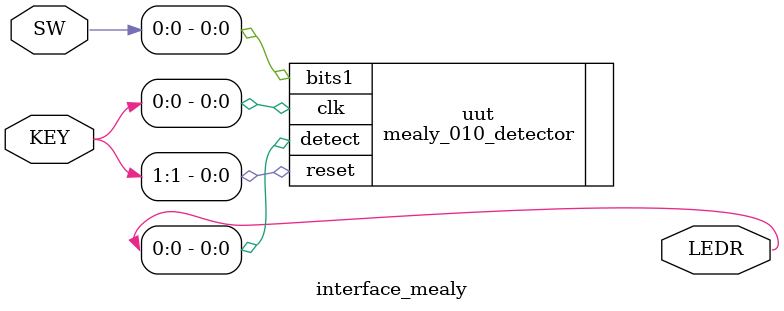
<source format=v>
module interface_mealy(KEY,SW,LEDR);
input [1:0]KEY,SW;
output [1:0]LEDR;



 mealy_010_detector uut(.clk(KEY[0]),.bits1(SW[0]),.reset(KEY[1]),.detect(LEDR[0]));
 
 endmodule
</source>
